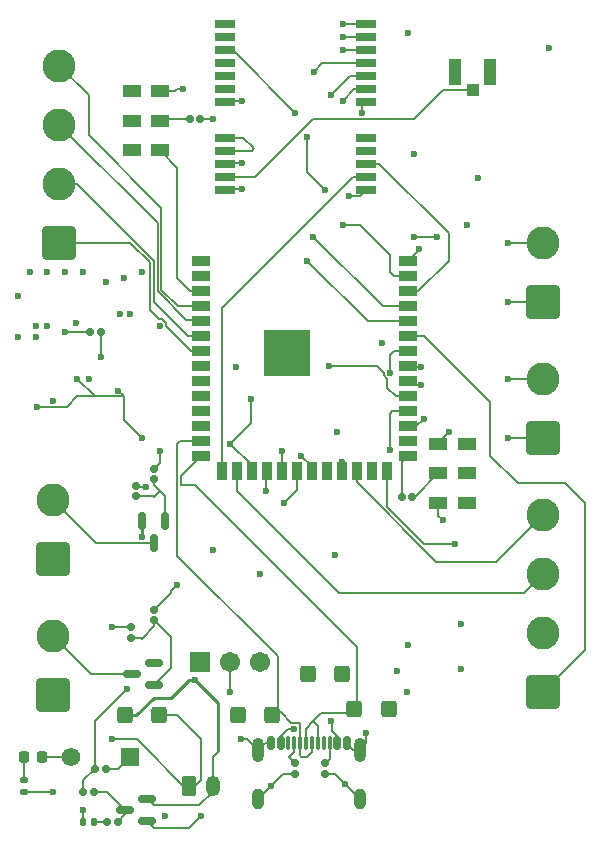
<source format=gbr>
G04 #@! TF.GenerationSoftware,KiCad,Pcbnew,9.0.3*
G04 #@! TF.CreationDate,2025-12-20T12:13:59-05:00*
G04 #@! TF.ProjectId,Experimental,45787065-7269-46d6-956e-74616c2e6b69,rev?*
G04 #@! TF.SameCoordinates,Original*
G04 #@! TF.FileFunction,Copper,L1,Top*
G04 #@! TF.FilePolarity,Positive*
%FSLAX46Y46*%
G04 Gerber Fmt 4.6, Leading zero omitted, Abs format (unit mm)*
G04 Created by KiCad (PCBNEW 9.0.3) date 2025-12-20 12:13:59*
%MOMM*%
%LPD*%
G01*
G04 APERTURE LIST*
G04 Aperture macros list*
%AMRoundRect*
0 Rectangle with rounded corners*
0 $1 Rounding radius*
0 $2 $3 $4 $5 $6 $7 $8 $9 X,Y pos of 4 corners*
0 Add a 4 corners polygon primitive as box body*
4,1,4,$2,$3,$4,$5,$6,$7,$8,$9,$2,$3,0*
0 Add four circle primitives for the rounded corners*
1,1,$1+$1,$2,$3*
1,1,$1+$1,$4,$5*
1,1,$1+$1,$6,$7*
1,1,$1+$1,$8,$9*
0 Add four rect primitives between the rounded corners*
20,1,$1+$1,$2,$3,$4,$5,0*
20,1,$1+$1,$4,$5,$6,$7,0*
20,1,$1+$1,$6,$7,$8,$9,0*
20,1,$1+$1,$8,$9,$2,$3,0*%
G04 Aperture macros list end*
G04 #@! TA.AperFunction,SMDPad,CuDef*
%ADD10RoundRect,0.150000X-0.150000X-0.425000X0.150000X-0.425000X0.150000X0.425000X-0.150000X0.425000X0*%
G04 #@! TD*
G04 #@! TA.AperFunction,SMDPad,CuDef*
%ADD11RoundRect,0.075000X-0.075000X-0.500000X0.075000X-0.500000X0.075000X0.500000X-0.075000X0.500000X0*%
G04 #@! TD*
G04 #@! TA.AperFunction,HeatsinkPad*
%ADD12O,1.000000X2.100000*%
G04 #@! TD*
G04 #@! TA.AperFunction,HeatsinkPad*
%ADD13O,1.000000X1.800000*%
G04 #@! TD*
G04 #@! TA.AperFunction,ComponentPad*
%ADD14RoundRect,0.250000X-0.350000X-0.625000X0.350000X-0.625000X0.350000X0.625000X-0.350000X0.625000X0*%
G04 #@! TD*
G04 #@! TA.AperFunction,ComponentPad*
%ADD15O,1.200000X1.750000*%
G04 #@! TD*
G04 #@! TA.AperFunction,SMDPad,CuDef*
%ADD16RoundRect,0.218750X0.218750X0.256250X-0.218750X0.256250X-0.218750X-0.256250X0.218750X-0.256250X0*%
G04 #@! TD*
G04 #@! TA.AperFunction,ComponentPad*
%ADD17RoundRect,0.250001X1.149999X-1.149999X1.149999X1.149999X-1.149999X1.149999X-1.149999X-1.149999X0*%
G04 #@! TD*
G04 #@! TA.AperFunction,ComponentPad*
%ADD18C,2.800000*%
G04 #@! TD*
G04 #@! TA.AperFunction,SMDPad,CuDef*
%ADD19RoundRect,0.158750X-0.158750X0.158750X-0.158750X-0.158750X0.158750X-0.158750X0.158750X0.158750X0*%
G04 #@! TD*
G04 #@! TA.AperFunction,SMDPad,CuDef*
%ADD20RoundRect,0.158750X0.158750X-0.158750X0.158750X0.158750X-0.158750X0.158750X-0.158750X-0.158750X0*%
G04 #@! TD*
G04 #@! TA.AperFunction,SMDPad,CuDef*
%ADD21RoundRect,0.135000X0.185000X-0.135000X0.185000X0.135000X-0.185000X0.135000X-0.185000X-0.135000X0*%
G04 #@! TD*
G04 #@! TA.AperFunction,SMDPad,CuDef*
%ADD22RoundRect,0.150000X0.587500X0.150000X-0.587500X0.150000X-0.587500X-0.150000X0.587500X-0.150000X0*%
G04 #@! TD*
G04 #@! TA.AperFunction,SMDPad,CuDef*
%ADD23RoundRect,0.147500X-0.147500X-0.172500X0.147500X-0.172500X0.147500X0.172500X-0.147500X0.172500X0*%
G04 #@! TD*
G04 #@! TA.AperFunction,ComponentPad*
%ADD24R,1.575000X1.575000*%
G04 #@! TD*
G04 #@! TA.AperFunction,ComponentPad*
%ADD25C,1.575000*%
G04 #@! TD*
G04 #@! TA.AperFunction,SMDPad,CuDef*
%ADD26R,1.500000X0.900000*%
G04 #@! TD*
G04 #@! TA.AperFunction,SMDPad,CuDef*
%ADD27R,0.900000X1.500000*%
G04 #@! TD*
G04 #@! TA.AperFunction,HeatsinkPad*
%ADD28C,0.600000*%
G04 #@! TD*
G04 #@! TA.AperFunction,HeatsinkPad*
%ADD29R,3.900000X3.900000*%
G04 #@! TD*
G04 #@! TA.AperFunction,SMDPad,CuDef*
%ADD30RoundRect,0.150000X-0.150000X0.587500X-0.150000X-0.587500X0.150000X-0.587500X0.150000X0.587500X0*%
G04 #@! TD*
G04 #@! TA.AperFunction,SMDPad,CuDef*
%ADD31R,1.600000X1.000000*%
G04 #@! TD*
G04 #@! TA.AperFunction,SMDPad,CuDef*
%ADD32RoundRect,0.158750X0.158750X0.158750X-0.158750X0.158750X-0.158750X-0.158750X0.158750X-0.158750X0*%
G04 #@! TD*
G04 #@! TA.AperFunction,SMDPad,CuDef*
%ADD33RoundRect,0.250000X-0.400000X-0.450000X0.400000X-0.450000X0.400000X0.450000X-0.400000X0.450000X0*%
G04 #@! TD*
G04 #@! TA.AperFunction,SMDPad,CuDef*
%ADD34RoundRect,0.158750X-0.158750X-0.158750X0.158750X-0.158750X0.158750X0.158750X-0.158750X0.158750X0*%
G04 #@! TD*
G04 #@! TA.AperFunction,SMDPad,CuDef*
%ADD35R,1.050000X2.200000*%
G04 #@! TD*
G04 #@! TA.AperFunction,SMDPad,CuDef*
%ADD36R,1.000000X1.050000*%
G04 #@! TD*
G04 #@! TA.AperFunction,SMDPad,CuDef*
%ADD37RoundRect,0.250000X0.400000X0.450000X-0.400000X0.450000X-0.400000X-0.450000X0.400000X-0.450000X0*%
G04 #@! TD*
G04 #@! TA.AperFunction,SMDPad,CuDef*
%ADD38R,1.800000X0.800000*%
G04 #@! TD*
G04 #@! TA.AperFunction,ComponentPad*
%ADD39R,1.710000X1.710000*%
G04 #@! TD*
G04 #@! TA.AperFunction,ComponentPad*
%ADD40C,1.710000*%
G04 #@! TD*
G04 #@! TA.AperFunction,ViaPad*
%ADD41C,0.600000*%
G04 #@! TD*
G04 #@! TA.AperFunction,Conductor*
%ADD42C,0.200000*%
G04 #@! TD*
G04 #@! TA.AperFunction,Conductor*
%ADD43C,0.150000*%
G04 #@! TD*
G04 #@! TA.AperFunction,Conductor*
%ADD44C,0.250000*%
G04 #@! TD*
G04 APERTURE END LIST*
D10*
X122938400Y-113320000D03*
X123738400Y-113320000D03*
D11*
X124888400Y-113320000D03*
X125888400Y-113320000D03*
X126388400Y-113320000D03*
X127388400Y-113320000D03*
D10*
X128538400Y-113320000D03*
X129338400Y-113320000D03*
X129338400Y-113320000D03*
X128538400Y-113320000D03*
D11*
X127888400Y-113320000D03*
X126888400Y-113320000D03*
X125388400Y-113320000D03*
X124388400Y-113320000D03*
D10*
X123738400Y-113320000D03*
X122938400Y-113320000D03*
D12*
X121818400Y-113895000D03*
D13*
X121818400Y-118075000D03*
D12*
X130458400Y-113895000D03*
D13*
X130458400Y-118075000D03*
D14*
X116000000Y-117000000D03*
D15*
X118000000Y-117000000D03*
D16*
X103575000Y-114500000D03*
X102000000Y-114500000D03*
D17*
X145967500Y-87500000D03*
D18*
X145967500Y-82500000D03*
D17*
X146000000Y-76000000D03*
D18*
X146000000Y-71000000D03*
D19*
X108500000Y-78500000D03*
X107611000Y-78500000D03*
X108944500Y-115500000D03*
X108055500Y-115500000D03*
D20*
X107055500Y-117500000D03*
X107944500Y-117500000D03*
X109055500Y-120000000D03*
X109944500Y-120000000D03*
D21*
X102000000Y-117500000D03*
X102000000Y-116480000D03*
D22*
X112437500Y-119950000D03*
X112437500Y-118050000D03*
X110562500Y-119000000D03*
D23*
X107015000Y-120000000D03*
X107985000Y-120000000D03*
D24*
X111000000Y-114500000D03*
D25*
X106000000Y-114500000D03*
D26*
X117000000Y-72570000D03*
X117000000Y-73840000D03*
X117000000Y-75110000D03*
X117000000Y-76380000D03*
X117000000Y-77650000D03*
X117000000Y-78920000D03*
X117000000Y-80190000D03*
X117000000Y-81460000D03*
X117000000Y-82730000D03*
X117000000Y-84000000D03*
X117000000Y-85270000D03*
X117000000Y-86540000D03*
X117000000Y-87810000D03*
X117000000Y-89080000D03*
D27*
X118765000Y-90330000D03*
X120035000Y-90330000D03*
X121305000Y-90330000D03*
X122575000Y-90330000D03*
X123845000Y-90330000D03*
X125115000Y-90330000D03*
X126385000Y-90330000D03*
X127655000Y-90330000D03*
X128925000Y-90330000D03*
X130195000Y-90330000D03*
X131465000Y-90330000D03*
X132735000Y-90330000D03*
D26*
X134500000Y-89080000D03*
X134500000Y-87810000D03*
X134500000Y-86540000D03*
X134500000Y-85270000D03*
X134500000Y-84000000D03*
X134500000Y-82730000D03*
X134500000Y-81460000D03*
X134500000Y-80190000D03*
X134500000Y-78920000D03*
X134500000Y-77650000D03*
X134500000Y-76380000D03*
X134500000Y-75110000D03*
X134500000Y-73840000D03*
X134500000Y-72570000D03*
D28*
X122850000Y-79590000D03*
X122850000Y-80990000D03*
X123550000Y-78890000D03*
X123550000Y-80290000D03*
X123550000Y-81690000D03*
X124250000Y-79590000D03*
D29*
X124250000Y-80290000D03*
D28*
X124250000Y-80990000D03*
X124950000Y-78890000D03*
X124950000Y-80290000D03*
X124950000Y-81690000D03*
X125650000Y-79590000D03*
X125650000Y-80990000D03*
D17*
X104467500Y-109250000D03*
D18*
X104467500Y-104250000D03*
D20*
X116055500Y-60500000D03*
X116944500Y-60500000D03*
D30*
X113950000Y-94562500D03*
X112050000Y-94562500D03*
X113000000Y-96437500D03*
D31*
X113538400Y-58170000D03*
X113538400Y-60670000D03*
X113538400Y-63170000D03*
X111138400Y-58170000D03*
X111138400Y-60670000D03*
X111138400Y-63170000D03*
D17*
X146000000Y-109000000D03*
D18*
X146000000Y-104000000D03*
X146000000Y-99000000D03*
X146000000Y-94000000D03*
D17*
X105000000Y-71000000D03*
D18*
X105000000Y-66000000D03*
X105000000Y-61000000D03*
X105000000Y-56000000D03*
D32*
X127500000Y-115944500D03*
X127500000Y-115055500D03*
D33*
X120100000Y-111000000D03*
X123000000Y-111000000D03*
D34*
X111062500Y-103555500D03*
X111062500Y-104444500D03*
D32*
X125000000Y-115944500D03*
X125000000Y-115055500D03*
D22*
X113000000Y-108450000D03*
X113000000Y-106550000D03*
X111125000Y-107500000D03*
D35*
X141500000Y-56500000D03*
D36*
X140025000Y-58025000D03*
D35*
X138550000Y-56500000D03*
D34*
X113062500Y-102060300D03*
X113062500Y-102949300D03*
X113000000Y-90111000D03*
X113000000Y-91000000D03*
X111500000Y-91555500D03*
X111500000Y-92444500D03*
D37*
X113450000Y-111000000D03*
X110550000Y-111000000D03*
X132900000Y-110500000D03*
X130000000Y-110500000D03*
D17*
X104467500Y-97750000D03*
D18*
X104467500Y-92750000D03*
D37*
X128950000Y-107500000D03*
X126050000Y-107500000D03*
D38*
X119000000Y-52500000D03*
X119000000Y-53600000D03*
X119000000Y-54700000D03*
X119000000Y-55800000D03*
X119000000Y-56900000D03*
X119000000Y-58000000D03*
X119000000Y-59100000D03*
X119000000Y-62100000D03*
X119000000Y-63200000D03*
X119000000Y-64300000D03*
X119000000Y-65400000D03*
X119000000Y-66500000D03*
X131000000Y-66500000D03*
X131000000Y-65400000D03*
X131000000Y-64300000D03*
X131000000Y-63200000D03*
X131000000Y-62100000D03*
X131000000Y-59100000D03*
X131000000Y-58000000D03*
X131000000Y-56900000D03*
X131000000Y-55800000D03*
X131000000Y-54700000D03*
X131000000Y-53600000D03*
X131000000Y-52500000D03*
D39*
X116960000Y-106500000D03*
D40*
X119500000Y-106500000D03*
X122040000Y-106500000D03*
D31*
X137100000Y-93000000D03*
X137100000Y-90500000D03*
X137100000Y-88000000D03*
X139500000Y-93000000D03*
X139500000Y-90500000D03*
X139500000Y-88000000D03*
D19*
X134889000Y-92500000D03*
X134000000Y-92500000D03*
D41*
X101500000Y-79000000D03*
X103000000Y-79000000D03*
X107500000Y-82500000D03*
X119500000Y-109000000D03*
X125500000Y-89000000D03*
X115000000Y-100000000D03*
X122000000Y-99000000D03*
X117000000Y-119500000D03*
X124000000Y-93000000D03*
X113500000Y-88655000D03*
X123845000Y-88655000D03*
X122500000Y-92000000D03*
X104500000Y-117500000D03*
X114000000Y-119500000D03*
X103000000Y-78000000D03*
X118000000Y-60500000D03*
X109500000Y-113000000D03*
X107015000Y-119015000D03*
X143000000Y-87500000D03*
X143000000Y-82500000D03*
X143000000Y-76000000D03*
X143000000Y-71000000D03*
X138500000Y-96500000D03*
X138000000Y-87000000D03*
X137500000Y-94500000D03*
X135877354Y-85877354D03*
X124861400Y-112138600D03*
X126000000Y-107500000D03*
X128000000Y-111500000D03*
X113000000Y-106500000D03*
X110750000Y-108750000D03*
X116500000Y-108000000D03*
X112000000Y-95910500D03*
X120500000Y-59000000D03*
X109000000Y-74310000D03*
X112000000Y-73500000D03*
X139000000Y-107075000D03*
X107000000Y-73500000D03*
X118000000Y-97000000D03*
X105500000Y-78500000D03*
X134500000Y-53216359D03*
X104000000Y-73500000D03*
X120357000Y-113000000D03*
X105500000Y-73500000D03*
X108500000Y-80680000D03*
X129191700Y-116808300D03*
X131000000Y-112500000D03*
X128950000Y-107500000D03*
X128500000Y-87000000D03*
X129000000Y-52500000D03*
X109500000Y-103500000D03*
X135000000Y-63500000D03*
X120100000Y-111000000D03*
X134550000Y-105000000D03*
X115500000Y-58000000D03*
X112337500Y-91645000D03*
X141500000Y-56500000D03*
X122946700Y-116946700D03*
X134480000Y-109000000D03*
X120500000Y-66400000D03*
X129500000Y-67000000D03*
X132900000Y-110500000D03*
X140500000Y-65500000D03*
X128325000Y-97395000D03*
X120500000Y-64200000D03*
X117000000Y-72570000D03*
X138550000Y-56500000D03*
X135500000Y-71500000D03*
X102500000Y-73500000D03*
X110500000Y-74000000D03*
X146500000Y-54500000D03*
X104000000Y-78000000D03*
X104500000Y-84350354D03*
X132310000Y-79500000D03*
X139000000Y-103277500D03*
X133600000Y-107275000D03*
X111034200Y-77034200D03*
X120000000Y-81500000D03*
X101500000Y-75500000D03*
X117000000Y-73840000D03*
X106388400Y-77760000D03*
X129000000Y-53600000D03*
X139500000Y-69500000D03*
X129000000Y-54700000D03*
X110138400Y-77000000D03*
X113500000Y-78000000D03*
X129000000Y-59000000D03*
X112000000Y-87500000D03*
X121250000Y-84250000D03*
X119500000Y-88000000D03*
X106500000Y-82500000D03*
X110000000Y-83500000D03*
X103122646Y-84877354D03*
X130671000Y-59973000D03*
X117000000Y-86500000D03*
X127877354Y-81377354D03*
X135618000Y-83000000D03*
X126556879Y-56500000D03*
X126500000Y-70500000D03*
X126000000Y-72500000D03*
X128000000Y-58500000D03*
X137000000Y-70500000D03*
X135000000Y-70500000D03*
X128925000Y-89575000D03*
X132971290Y-88528709D03*
X135618000Y-81500000D03*
X126000000Y-62000000D03*
X127500000Y-66500000D03*
X129000000Y-69500000D03*
X125000000Y-60000000D03*
X133000000Y-82000000D03*
X134527646Y-87782354D03*
D42*
X129000000Y-69500000D02*
X130500000Y-69500000D01*
X133340000Y-73840000D02*
X134500000Y-73840000D01*
X130500000Y-69500000D02*
X133000000Y-72000000D01*
X133000000Y-72000000D02*
X133000000Y-73500000D01*
X133000000Y-73500000D02*
X133340000Y-73840000D01*
X132971290Y-88528709D02*
X133000000Y-88499999D01*
X133000000Y-88499999D02*
X133000000Y-85485000D01*
X133000000Y-85485000D02*
X133215000Y-85270000D01*
X133215000Y-85270000D02*
X134500000Y-85270000D01*
X105000000Y-71000000D02*
X111021662Y-71000000D01*
X111021662Y-71000000D02*
X112672000Y-72650338D01*
D43*
X113472000Y-77472000D02*
X113718705Y-77472000D01*
D42*
X112672000Y-72650338D02*
X112672000Y-76672000D01*
D43*
X112672000Y-76672000D02*
X113472000Y-77472000D01*
X113718705Y-77472000D02*
X114028000Y-77781295D01*
D42*
X116190000Y-80190000D02*
X117000000Y-80190000D01*
D43*
X114028000Y-77781295D02*
X114028000Y-78028000D01*
D42*
X114028000Y-78028000D02*
X116190000Y-80190000D01*
X105000000Y-66000000D02*
X106485524Y-66000000D01*
X115920000Y-78920000D02*
X117000000Y-78920000D01*
X106485524Y-66000000D02*
X113000000Y-72514476D01*
X113000000Y-72514476D02*
X113000000Y-76000000D01*
X113000000Y-76000000D02*
X115920000Y-78920000D01*
X129913400Y-113895000D02*
X129338400Y-113320000D01*
X108055500Y-115500000D02*
X108000000Y-115500000D01*
X107055500Y-116444500D02*
X107055500Y-117500000D01*
X108000000Y-115500000D02*
X107055500Y-116444500D01*
X128000000Y-111500000D02*
X128116070Y-111616070D01*
X128116070Y-111616070D02*
X128116070Y-112322671D01*
X128116070Y-112322671D02*
X128538400Y-112745001D01*
X128538400Y-112745001D02*
X128538400Y-113320000D01*
X125388400Y-114388400D02*
X125500000Y-114500000D01*
X125500000Y-114500000D02*
X126000000Y-114500000D01*
X126000000Y-114500000D02*
X126388400Y-114111600D01*
X125388400Y-113320000D02*
X125388400Y-114388400D01*
X126388400Y-114111600D02*
X126388400Y-113320000D01*
X125000000Y-115000000D02*
X124500000Y-114500000D01*
X124500000Y-114500000D02*
X124888400Y-114111600D01*
X124888400Y-114111600D02*
X124888400Y-113320000D01*
X125000000Y-115055500D02*
X125000000Y-115000000D01*
X113000000Y-108450000D02*
X114500000Y-106950000D01*
X114500000Y-106950000D02*
X114500000Y-104386800D01*
X114500000Y-104386800D02*
X113062500Y-102949300D01*
X120035000Y-90330000D02*
X120035000Y-92035000D01*
X120035000Y-92035000D02*
X128660000Y-100660000D01*
X128660000Y-100660000D02*
X144340000Y-100660000D01*
X144340000Y-100660000D02*
X146000000Y-99000000D01*
X127877354Y-81377354D02*
X131877354Y-81377354D01*
X131877354Y-81377354D02*
X132472000Y-81972000D01*
X132472000Y-81972000D02*
X132472000Y-82218705D01*
X132472000Y-82218705D02*
X132781295Y-82528000D01*
X132781295Y-82528000D02*
X132781295Y-83281295D01*
X132781295Y-83281295D02*
X133500000Y-84000000D01*
X133500000Y-84000000D02*
X134500000Y-84000000D01*
X134500000Y-78920000D02*
X135920000Y-78920000D01*
X149500000Y-105500000D02*
X146000000Y-109000000D01*
X135920000Y-78920000D02*
X141500000Y-84500000D01*
X141500000Y-84500000D02*
X141500000Y-89000000D01*
X141500000Y-89000000D02*
X143821000Y-91321000D01*
X143821000Y-91321000D02*
X147821000Y-91321000D01*
X147821000Y-91321000D02*
X149500000Y-93000000D01*
X149500000Y-93000000D02*
X149500000Y-105500000D01*
X133000000Y-82000000D02*
X133000000Y-80500000D01*
X133000000Y-80500000D02*
X133310000Y-80190000D01*
X133310000Y-80190000D02*
X134500000Y-80190000D01*
X119500000Y-106500000D02*
X119500000Y-109000000D01*
X109500000Y-103500000D02*
X111007000Y-103500000D01*
X111007000Y-103500000D02*
X111062500Y-103555500D01*
X124861400Y-112138600D02*
X124344801Y-112138600D01*
X124344801Y-112138600D02*
X123738400Y-112745001D01*
X123738400Y-112745001D02*
X123738400Y-113320000D01*
X122938400Y-113320000D02*
X122393400Y-113320000D01*
X122393400Y-113320000D02*
X121818400Y-113895000D01*
X130458400Y-113895000D02*
X129913400Y-113895000D01*
X131000000Y-112500000D02*
X131000000Y-113353400D01*
X131000000Y-113353400D02*
X130458400Y-113895000D01*
X120357000Y-113000000D02*
X120923400Y-113000000D01*
X120923400Y-113000000D02*
X121818400Y-113895000D01*
X117000000Y-119500000D02*
X116000000Y-120500000D01*
X116000000Y-120500000D02*
X112987500Y-120500000D01*
X112987500Y-120500000D02*
X112437500Y-119950000D01*
X125500000Y-89000000D02*
X126385000Y-89885000D01*
X126385000Y-89885000D02*
X126385000Y-90330000D01*
X114500000Y-100500000D02*
X115000000Y-100000000D01*
X114500000Y-100622800D02*
X114500000Y-100500000D01*
X125115000Y-91885000D02*
X124000000Y-93000000D01*
X125115000Y-90330000D02*
X125115000Y-91885000D01*
X113500000Y-88655000D02*
X113500000Y-89611000D01*
X113500000Y-89611000D02*
X113000000Y-90111000D01*
X123845000Y-90330000D02*
X123845000Y-88655000D01*
X122500000Y-92000000D02*
X122500000Y-90405000D01*
X122500000Y-90405000D02*
X122575000Y-90330000D01*
X102000000Y-117500000D02*
X104500000Y-117500000D01*
X103575000Y-114500000D02*
X106000000Y-114500000D01*
X102000000Y-116480000D02*
X102000000Y-114500000D01*
X118000000Y-117450000D02*
X116824000Y-118626000D01*
X116824000Y-118626000D02*
X113013500Y-118626000D01*
X113013500Y-118626000D02*
X112437500Y-118050000D01*
X120500000Y-66400000D02*
X119100000Y-66400000D01*
X119100000Y-66400000D02*
X119000000Y-66500000D01*
X120500000Y-64200000D02*
X119100000Y-64200000D01*
X119100000Y-64200000D02*
X119000000Y-64300000D01*
X120500000Y-59000000D02*
X119100000Y-59000000D01*
X119100000Y-59000000D02*
X119000000Y-59100000D01*
X118000000Y-60500000D02*
X116944500Y-60500000D01*
X115500000Y-58000000D02*
X115000000Y-58000000D01*
X115000000Y-58000000D02*
X114830000Y-58170000D01*
X114830000Y-58170000D02*
X113538400Y-58170000D01*
X129500000Y-67000000D02*
X130500000Y-67000000D01*
X130500000Y-67000000D02*
X131000000Y-66500000D01*
X130671000Y-59973000D02*
X130671000Y-59429000D01*
X130671000Y-59429000D02*
X131000000Y-59100000D01*
X129000000Y-59000000D02*
X130000000Y-58000000D01*
X130000000Y-58000000D02*
X131000000Y-58000000D01*
X129000000Y-54700000D02*
X131000000Y-54700000D01*
X129000000Y-53600000D02*
X131000000Y-53600000D01*
X129000000Y-52500000D02*
X131000000Y-52500000D01*
X135500000Y-71500000D02*
X135500000Y-71570000D01*
X135500000Y-71570000D02*
X134500000Y-72570000D01*
X135618000Y-81500000D02*
X134540000Y-81500000D01*
X134540000Y-81500000D02*
X134500000Y-81460000D01*
X135618000Y-83000000D02*
X134770000Y-83000000D01*
X134770000Y-83000000D02*
X134500000Y-82730000D01*
X135877354Y-85877354D02*
X135214708Y-86540000D01*
X135214708Y-86540000D02*
X134500000Y-86540000D01*
D44*
X112000000Y-95910500D02*
X112000000Y-94612500D01*
X112000000Y-94612500D02*
X112050000Y-94562500D01*
D42*
X108944500Y-115500000D02*
X110000000Y-115500000D01*
X110000000Y-115500000D02*
X111000000Y-114500000D01*
X109500000Y-113000000D02*
X111550000Y-113000000D01*
X111550000Y-113000000D02*
X116000000Y-117450000D01*
D44*
X116000000Y-108000000D02*
X114500000Y-109500000D01*
X111500000Y-111000000D02*
X110550000Y-111000000D01*
X116500000Y-108000000D02*
X116000000Y-108000000D01*
X113000000Y-109500000D02*
X111500000Y-111000000D01*
X114500000Y-109500000D02*
X113000000Y-109500000D01*
D42*
X108055500Y-115500000D02*
X108055500Y-111444500D01*
X108055500Y-111444500D02*
X110750000Y-108750000D01*
X107944500Y-117500000D02*
X109062500Y-117500000D01*
X109062500Y-117500000D02*
X110562500Y-119000000D01*
D43*
X108500000Y-78500000D02*
X108500000Y-80680000D01*
X105500000Y-78500000D02*
X107611000Y-78500000D01*
D42*
X107015000Y-120000000D02*
X107015000Y-119015000D01*
X109055500Y-120000000D02*
X107985000Y-120000000D01*
X110562500Y-119000000D02*
X110562500Y-119382000D01*
X110562500Y-119382000D02*
X109944500Y-120000000D01*
X115000000Y-111000000D02*
X113450000Y-111000000D01*
X115000000Y-111000000D02*
X117000000Y-113000000D01*
X117000000Y-113000000D02*
X117000000Y-116450000D01*
X117000000Y-116450000D02*
X116000000Y-117450000D01*
X118500000Y-114000000D02*
X118000000Y-114500000D01*
X118000000Y-114500000D02*
X118000000Y-117450000D01*
X146000000Y-71000000D02*
X143000000Y-71000000D01*
X146000000Y-76000000D02*
X143000000Y-76000000D01*
X145967500Y-87500000D02*
X143000000Y-87500000D01*
X145967500Y-82500000D02*
X143000000Y-82500000D01*
X135878862Y-96500000D02*
X138500000Y-96500000D01*
X132735000Y-90330000D02*
X132735000Y-93356138D01*
X132735000Y-93356138D02*
X135878862Y-96500000D01*
X136915000Y-98000000D02*
X142000000Y-98000000D01*
X142000000Y-98000000D02*
X146000000Y-94000000D01*
X137100000Y-94100000D02*
X137500000Y-94500000D01*
X137100000Y-93000000D02*
X137100000Y-94100000D01*
X137100000Y-87900000D02*
X138000000Y-87000000D01*
X137100000Y-88000000D02*
X137100000Y-87900000D01*
X134000000Y-92500000D02*
X134000000Y-89580000D01*
X134000000Y-89580000D02*
X134500000Y-89080000D01*
X137100000Y-90500000D02*
X135100000Y-92500000D01*
X135100000Y-92500000D02*
X134889000Y-92500000D01*
D44*
X118450000Y-109950000D02*
X118450000Y-114000000D01*
X116500000Y-108000000D02*
X118450000Y-109950000D01*
D42*
X107500000Y-58500000D02*
X105000000Y-56000000D01*
X117000000Y-76380000D02*
X115087724Y-76380000D01*
X113656000Y-68049800D02*
X107500000Y-61893800D01*
X115087724Y-76380000D02*
X113656000Y-74948276D01*
X107500000Y-61893800D02*
X107500000Y-58500000D01*
X113656000Y-74948276D02*
X113656000Y-68049800D01*
X112337500Y-91645000D02*
X111589500Y-91645000D01*
X128327900Y-115944500D02*
X127500000Y-115944500D01*
X122946700Y-116946700D02*
X123948900Y-115944500D01*
X129191700Y-116808300D02*
X130458400Y-118075000D01*
X111589500Y-91645000D02*
X111500000Y-91555500D01*
X129191700Y-116808300D02*
X128327900Y-115944500D01*
X122946700Y-116946700D02*
X121818400Y-118075000D01*
X123948900Y-115944500D02*
X125000000Y-115944500D01*
X113708400Y-60500000D02*
X113538400Y-60670000D01*
X116055500Y-60500000D02*
X113708400Y-60500000D01*
X113538400Y-63170000D02*
X115000000Y-64631600D01*
X116110000Y-75110000D02*
X117000000Y-75110000D01*
X115000000Y-64631600D02*
X115000000Y-74000000D01*
X115000000Y-74000000D02*
X116110000Y-75110000D01*
X117000000Y-77650000D02*
X116700000Y-77650000D01*
X113328000Y-69328000D02*
X105000000Y-61000000D01*
X116550000Y-77500000D02*
X115743862Y-77500000D01*
X113328000Y-75084138D02*
X113328000Y-69328000D01*
X115743862Y-77500000D02*
X113328000Y-75084138D01*
X116700000Y-77650000D02*
X116550000Y-77500000D01*
X121250000Y-86250000D02*
X119500000Y-88000000D01*
X121305000Y-89805000D02*
X121305000Y-90330000D01*
D43*
X108000000Y-84000000D02*
X110500000Y-84000000D01*
D42*
X121250000Y-84250000D02*
X121250000Y-86250000D01*
X110500000Y-86000000D02*
X112000000Y-87500000D01*
D43*
X105622646Y-84877354D02*
X106500000Y-84000000D01*
D42*
X119500000Y-88000000D02*
X121305000Y-89805000D01*
D43*
X106500000Y-82500000D02*
X108000000Y-84000000D01*
X103122646Y-84877354D02*
X105622646Y-84877354D01*
D42*
X110500000Y-84000000D02*
X110500000Y-86000000D01*
D43*
X106500000Y-84000000D02*
X108000000Y-84000000D01*
X110000000Y-83500000D02*
X110500000Y-84000000D01*
D42*
X127500000Y-115055500D02*
X127888400Y-114667100D01*
X127888400Y-114667100D02*
X127888400Y-113320000D01*
X108155000Y-96437500D02*
X113000000Y-96437500D01*
X104467500Y-92750000D02*
X108155000Y-96437500D01*
X111125000Y-107500000D02*
X107717500Y-107500000D01*
X107717500Y-107500000D02*
X104467500Y-104250000D01*
X113000000Y-91000000D02*
X113000000Y-91500000D01*
X113000000Y-92500000D02*
X112944500Y-92444500D01*
X113500000Y-92000000D02*
X113000000Y-92500000D01*
X113500000Y-92000000D02*
X113950000Y-92450000D01*
X113950000Y-92450000D02*
X113950000Y-94562500D01*
X113000000Y-91500000D02*
X113500000Y-92000000D01*
X112944500Y-92444500D02*
X111500000Y-92444500D01*
X112000000Y-104500000D02*
X111944500Y-104444500D01*
X111944500Y-104444500D02*
X111062500Y-104444500D01*
X113062500Y-103437500D02*
X112000000Y-104500000D01*
X113062500Y-102949300D02*
X113062500Y-103437500D01*
X132380000Y-76380000D02*
X126500000Y-70500000D01*
X134500000Y-76380000D02*
X132380000Y-76380000D01*
X127256879Y-55800000D02*
X131000000Y-55800000D01*
X126556879Y-56500000D02*
X127256879Y-55800000D01*
X128000000Y-58500000D02*
X129600000Y-56900000D01*
X126000000Y-72500000D02*
X131150000Y-77650000D01*
X129600000Y-56900000D02*
X131000000Y-56900000D01*
X131150000Y-77650000D02*
X134500000Y-77650000D01*
X136500000Y-70500000D02*
X137000000Y-70500000D01*
X136497644Y-70497644D02*
X136500000Y-70500000D01*
X135000000Y-70500000D02*
X135002356Y-70497644D01*
X135002356Y-70497644D02*
X136497644Y-70497644D01*
X128925000Y-89575000D02*
X128925000Y-90330000D01*
X126500000Y-111500000D02*
X126888400Y-111888400D01*
X125888400Y-112111600D02*
X126500000Y-111500000D01*
X130225000Y-110800000D02*
X130225000Y-105225000D01*
X126500000Y-111500000D02*
X127200000Y-110800000D01*
X125888400Y-113320000D02*
X125888400Y-112111600D01*
X115328000Y-90752000D02*
X117000000Y-89080000D01*
X126888400Y-111888400D02*
X126888400Y-113320000D01*
X127200000Y-110800000D02*
X130225000Y-110800000D01*
X130225000Y-105225000D02*
X116500000Y-91500000D01*
X115328000Y-91500000D02*
X115328000Y-90752000D01*
X116500000Y-91500000D02*
X115328000Y-91500000D01*
X113062500Y-102060300D02*
X114500000Y-100622800D01*
X125388400Y-113320000D02*
X125388400Y-111611600D01*
X125388400Y-111611600D02*
X124611600Y-111611600D01*
X115000000Y-88000000D02*
X115190000Y-87810000D01*
X124611600Y-111611600D02*
X123750000Y-110750000D01*
X123750000Y-110750000D02*
X123500000Y-110750000D01*
X123500000Y-110750000D02*
X123500000Y-106000000D01*
X123500000Y-106000000D02*
X115000000Y-97500000D01*
X129900000Y-65400000D02*
X118765000Y-76535000D01*
X131000000Y-65400000D02*
X129900000Y-65400000D01*
X118765000Y-76535000D02*
X118765000Y-90330000D01*
X126000000Y-65000000D02*
X127500000Y-66500000D01*
X126000000Y-62000000D02*
X126000000Y-65000000D01*
X119000000Y-54700000D02*
X119700000Y-54700000D01*
X119700000Y-54700000D02*
X125000000Y-60000000D01*
X132100000Y-64300000D02*
X138000000Y-70200000D01*
X135390000Y-75110000D02*
X134500000Y-75110000D01*
X138000000Y-70200000D02*
X138000000Y-72500000D01*
X131000000Y-64300000D02*
X132100000Y-64300000D01*
X138000000Y-72500000D02*
X135390000Y-75110000D01*
X135000000Y-60500000D02*
X137475000Y-58025000D01*
X121600000Y-65400000D02*
X126500000Y-60500000D01*
X137475000Y-58025000D02*
X140025000Y-58025000D01*
X119000000Y-65400000D02*
X121600000Y-65400000D01*
X126500000Y-60500000D02*
X135000000Y-60500000D01*
X121500000Y-63000000D02*
X120600000Y-62100000D01*
X119000000Y-63200000D02*
X121300000Y-63200000D01*
X120600000Y-62100000D02*
X119000000Y-62100000D01*
X121300000Y-63200000D02*
X121500000Y-63000000D01*
X130195000Y-91280000D02*
X130195000Y-90330000D01*
X136915000Y-98000000D02*
X130195000Y-91280000D01*
X115190000Y-87810000D02*
X117000000Y-87810000D01*
X115000000Y-97500000D02*
X115000000Y-88000000D01*
M02*

</source>
